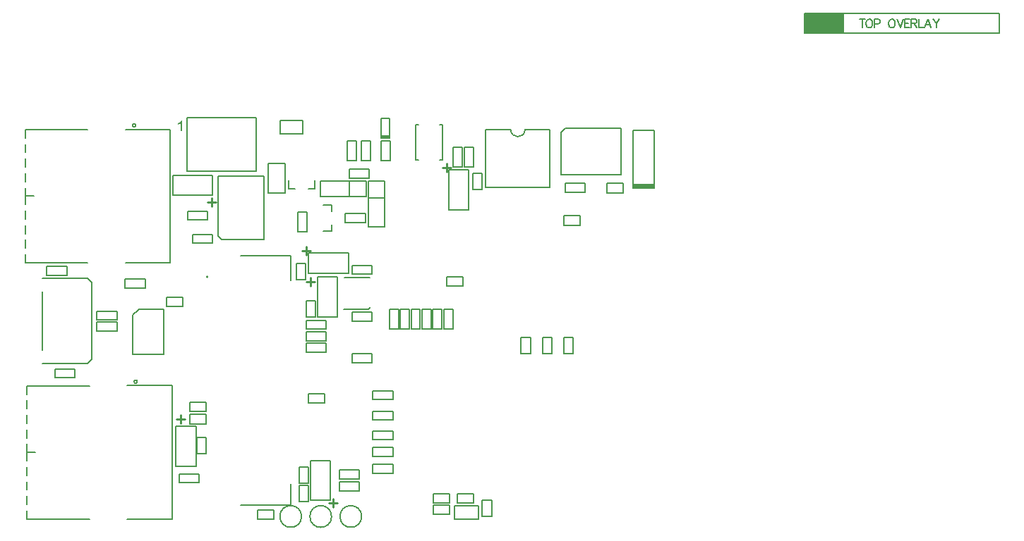
<source format=gto>
G04*
G04 #@! TF.GenerationSoftware,Altium Limited,Altium Designer,20.0.2 (26)*
G04*
G04 Layer_Color=65535*
%FSLAX44Y44*%
%MOMM*%
G71*
G01*
G75*
%ADD10C,0.2000*%
%ADD11C,0.1600*%
%ADD12C,0.2540*%
%ADD13C,0.1270*%
%ADD14R,4.8260X2.4130*%
G36*
X1193722Y1480100D02*
X1192148D01*
Y1490117D01*
X1192129Y1490099D01*
X1192037Y1490025D01*
X1191926Y1489914D01*
X1191740Y1489784D01*
X1191537Y1489617D01*
X1191278Y1489432D01*
X1190981Y1489229D01*
X1190648Y1489025D01*
X1190630D01*
X1190611Y1489007D01*
X1190500Y1488932D01*
X1190315Y1488840D01*
X1190092Y1488729D01*
X1189833Y1488599D01*
X1189556Y1488470D01*
X1189278Y1488340D01*
X1189000Y1488229D01*
Y1489747D01*
X1189018D01*
X1189056Y1489784D01*
X1189130Y1489803D01*
X1189222Y1489858D01*
X1189333Y1489914D01*
X1189463Y1489988D01*
X1189778Y1490173D01*
X1190148Y1490377D01*
X1190518Y1490636D01*
X1190907Y1490932D01*
X1191296Y1491247D01*
X1191315Y1491266D01*
X1191333Y1491284D01*
X1191389Y1491340D01*
X1191463Y1491395D01*
X1191629Y1491580D01*
X1191852Y1491803D01*
X1192074Y1492062D01*
X1192315Y1492358D01*
X1192518Y1492654D01*
X1192703Y1492969D01*
X1193722D01*
Y1480100D01*
D02*
G37*
G54D10*
X1587985Y1482000D02*
G03*
X1605015Y1482000I8515J0D01*
G01*
X1223500Y1306000D02*
G03*
X1223500Y1304000I0J-1000D01*
G01*
D02*
G03*
X1223500Y1306000I0J1000D01*
G01*
X1409091Y1017000D02*
G03*
X1409091Y1017000I-13000J0D01*
G01*
X1373000D02*
G03*
X1373000Y1017000I-13000J0D01*
G01*
X1337000D02*
G03*
X1337000Y1017000I-13000J0D01*
G01*
X1138000Y1487000D02*
G03*
X1138000Y1487000I-2000J0D01*
G01*
X1140000Y1179000D02*
G03*
X1140000Y1179000I-2000J0D01*
G01*
X1513750Y1433500D02*
X1537750D01*
X1513750Y1385500D02*
X1537750D01*
X1513750Y1385500D02*
Y1433500D01*
X1537750Y1385500D02*
Y1433500D01*
X1557500Y1482000D02*
X1587985D01*
X1605015D02*
X1635000D01*
Y1412500D02*
Y1482000D01*
X1557500Y1412500D02*
Y1482000D01*
Y1412500D02*
X1635000D01*
X1648000Y1427500D02*
X1720000D01*
Y1483500D01*
X1648000Y1427500D02*
Y1478500D01*
X1653000Y1483500D01*
X1720000D01*
X1735500Y1413250D02*
X1760000D01*
Y1411750D02*
Y1415750D01*
X1735000D02*
X1760000D01*
X1735000Y1411750D02*
Y1415750D01*
Y1411750D02*
X1760000D01*
X1735000Y1414250D02*
X1760000D01*
X1735000Y1415250D02*
X1760000D01*
X1735000Y1416250D02*
X1760000D01*
X1735000D02*
Y1481250D01*
X1760000D01*
Y1416250D02*
Y1481250D01*
X1417500Y1400250D02*
X1436500D01*
X1417500Y1420250D02*
X1436500D01*
X1417500Y1365250D02*
Y1420250D01*
Y1365250D02*
X1436500D01*
Y1420250D01*
X1394250Y1401250D02*
Y1420250D01*
X1414250Y1401250D02*
Y1420250D01*
X1359250D02*
X1414250D01*
X1359250Y1401250D02*
Y1420250D01*
Y1401250D02*
X1414250D01*
X1372750Y1360000D02*
Y1367750D01*
X1362750Y1360000D02*
X1372750D01*
X1372750Y1383750D02*
Y1391500D01*
X1362750D02*
X1372750D01*
X1311000Y1477250D02*
Y1492750D01*
X1338500Y1477250D02*
Y1492750D01*
X1311000Y1477250D02*
X1338500D01*
X1311000Y1492750D02*
X1338500D01*
X1297000Y1405500D02*
Y1441500D01*
X1317000D01*
Y1405500D02*
Y1441500D01*
X1297000Y1405500D02*
X1317000D01*
X1264000Y1330000D02*
X1324000D01*
Y1300750D02*
Y1330000D01*
X1264000Y1031000D02*
X1324000D01*
Y1056250D01*
X1200000Y1432000D02*
X1282500D01*
X1200000D02*
Y1496500D01*
X1282500D01*
Y1432000D02*
Y1496500D01*
X1473750Y1445750D02*
Y1488250D01*
Y1445750D02*
X1477500D01*
X1473750Y1488250D02*
X1477500D01*
X1502500Y1445750D02*
X1506250D01*
X1502500Y1488250D02*
X1506250D01*
Y1445750D02*
Y1488250D01*
X1520750Y1030000D02*
X1549250Y1030000D01*
Y1014000D02*
Y1030000D01*
X1520750Y1014000D02*
Y1030000D01*
Y1014000D02*
X1549250Y1014000D01*
X1347750Y1036250D02*
X1371750D01*
X1347750Y1084250D02*
X1371750D01*
Y1036250D02*
Y1084250D01*
X1347750Y1036250D02*
Y1084250D01*
X1355900Y1304700D02*
X1379900D01*
X1355900Y1256700D02*
X1379900D01*
X1355900Y1256700D02*
Y1304700D01*
X1379900Y1256700D02*
Y1304700D01*
X1417470Y1266200D02*
X1420010Y1268740D01*
X1417470Y1266200D02*
Y1266200D01*
X1387470Y1266200D02*
X1417470Y1266200D01*
X1388260Y1304300D02*
X1418740D01*
X1353250Y1410750D02*
Y1420750D01*
X1345500Y1410750D02*
X1353250D01*
X1321750Y1410750D02*
Y1420750D01*
Y1410750D02*
X1329500D01*
X1236750Y1354250D02*
X1240750Y1350250D01*
X1292250D01*
Y1425750D01*
X1236750D02*
X1292250D01*
X1236750Y1354250D02*
Y1425750D01*
X1230500Y1403000D02*
Y1427000D01*
X1182500Y1403000D02*
Y1427000D01*
X1182500D02*
X1230500D01*
X1182500Y1403000D02*
X1230500D01*
X1186250Y1125250D02*
X1210250D01*
X1186250Y1077250D02*
X1210250D01*
X1186250Y1077250D02*
Y1125250D01*
X1210250Y1077250D02*
Y1125250D01*
X1134500Y1212250D02*
Y1259050D01*
X1141700Y1266250D01*
X1171500D01*
X1134500Y1259050D02*
X1140000Y1264550D01*
X1171500Y1212250D02*
Y1266250D01*
X1134500Y1212250D02*
X1171500D01*
X1080500Y1303250D02*
X1085500Y1298250D01*
X1080500Y1200750D02*
X1085500Y1205750D01*
X1026250Y1216750D02*
Y1287250D01*
X1026201Y1200750D02*
X1080500D01*
X1085500Y1205750D02*
Y1298250D01*
X1026201Y1303250D02*
X1080500Y1303250D01*
X1179550Y1321800D02*
Y1482200D01*
X1125550Y1321800D02*
X1179550D01*
X1125550Y1482200D02*
X1179550D01*
X1005500Y1322000D02*
X1080500D01*
X1005500D02*
Y1332000D01*
Y1339500D02*
Y1349500D01*
Y1357000D02*
Y1367000D01*
Y1374500D02*
Y1384500D01*
Y1437000D02*
Y1447000D01*
Y1419500D02*
Y1429500D01*
Y1392000D02*
Y1412000D01*
Y1472000D02*
Y1482000D01*
Y1454500D02*
Y1464500D01*
Y1482000D02*
X1080500D01*
X1005500Y1402000D02*
X1015500D01*
X1181550Y1013800D02*
Y1174200D01*
X1127550Y1013800D02*
X1181550D01*
X1127550Y1174200D02*
X1181550D01*
X1007500Y1014000D02*
X1082500D01*
X1007500D02*
Y1024000D01*
Y1031500D02*
Y1041500D01*
Y1049000D02*
Y1059000D01*
Y1066500D02*
Y1076500D01*
Y1129000D02*
Y1139000D01*
Y1111500D02*
Y1121500D01*
Y1084000D02*
Y1104000D01*
Y1164000D02*
Y1174000D01*
Y1146500D02*
Y1156500D01*
Y1174000D02*
X1082500D01*
X1007500Y1094000D02*
X1017500D01*
X1345250Y1309500D02*
Y1333500D01*
X1393250Y1309500D02*
Y1333500D01*
X1345250Y1309500D02*
X1393250D01*
X1345250Y1333500D02*
X1393250D01*
X1940325Y1597586D02*
X2174005D01*
X1940325D02*
Y1621716D01*
X2174005Y1597586D02*
Y1621716D01*
X1940325D02*
X2174005D01*
G54D11*
X1389500Y1370100D02*
X1413500D01*
X1389500D02*
Y1380900D01*
X1413500D01*
Y1370100D02*
Y1380900D01*
X1394000Y1434650D02*
X1418000D01*
Y1423850D02*
Y1434650D01*
X1394000Y1423850D02*
X1418000D01*
X1394000D02*
Y1434650D01*
X1553600Y1410200D02*
Y1429800D01*
X1542400Y1410200D02*
X1553600D01*
X1542400D02*
Y1429800D01*
X1553600D01*
X1422500Y1132750D02*
X1446500D01*
X1422500D02*
Y1143550D01*
X1446500D01*
Y1132750D02*
Y1143550D01*
X1422500Y1157350D02*
X1446500D01*
X1422500D02*
Y1168150D01*
X1446500D01*
Y1157350D02*
Y1168150D01*
X1703050Y1406150D02*
X1722650D01*
X1703050D02*
Y1417350D01*
X1722650D01*
Y1406150D02*
Y1417350D01*
X1653500Y1417400D02*
X1677500D01*
Y1406600D02*
Y1417400D01*
X1653500Y1406600D02*
X1677500D01*
X1653500D02*
Y1417400D01*
X1543400Y1437000D02*
Y1461000D01*
X1532600Y1437000D02*
X1543400D01*
X1532600D02*
Y1461000D01*
X1543400D01*
X1518600Y1437000D02*
Y1461000D01*
X1529400D01*
Y1437000D02*
Y1461000D01*
X1518600Y1437000D02*
X1529400D01*
X1453400Y1242250D02*
Y1266250D01*
X1442600Y1242250D02*
X1453400D01*
X1442600D02*
Y1266250D01*
X1453400D01*
X1505400Y1242250D02*
Y1266250D01*
X1494600Y1242250D02*
X1505400D01*
X1494600D02*
Y1266250D01*
X1505400D01*
X1518400Y1242250D02*
Y1266250D01*
X1507600Y1242250D02*
X1518400D01*
X1507600D02*
Y1266250D01*
X1518400D01*
X1479400Y1242250D02*
Y1266250D01*
X1468600Y1242250D02*
X1479400D01*
X1468600D02*
Y1266250D01*
X1479400D01*
X1492400Y1242250D02*
Y1266250D01*
X1481600Y1242250D02*
X1492400D01*
X1481600D02*
Y1266250D01*
X1492400D01*
X1466400Y1242250D02*
Y1266250D01*
X1455600Y1242250D02*
X1466400D01*
X1455600D02*
Y1266250D01*
X1466400D01*
X1432850Y1473350D02*
X1442650D01*
X1432850Y1474250D02*
X1442650D01*
X1432850Y1472150D02*
X1442650D01*
X1432850D02*
Y1495250D01*
X1442650D01*
Y1472150D02*
Y1495150D01*
X1190100Y1068200D02*
X1214100D01*
Y1057400D02*
Y1068200D01*
X1190100Y1057400D02*
X1214100D01*
X1190100D02*
Y1068200D01*
X1031500Y1317900D02*
X1055500D01*
Y1307100D02*
Y1317900D01*
X1031500Y1307100D02*
X1055500D01*
X1031500D02*
Y1317900D01*
X1421750Y1251600D02*
Y1262400D01*
X1397750D02*
X1421750D01*
X1397750Y1251600D02*
Y1262400D01*
Y1251600D02*
X1421750D01*
X1422500Y1109100D02*
Y1119900D01*
Y1109100D02*
X1446500D01*
Y1119900D01*
X1422500D02*
X1446500D01*
X1422500Y1089100D02*
Y1099900D01*
Y1089100D02*
X1446500D01*
Y1099900D01*
X1422500D02*
X1446500D01*
X1422500Y1069100D02*
Y1079900D01*
Y1069100D02*
X1446500D01*
Y1079900D01*
X1422500D02*
X1446500D01*
X1553900Y1036550D02*
X1565100D01*
X1553900Y1016950D02*
Y1036550D01*
Y1016950D02*
X1565100D01*
Y1036550D01*
X1543300Y1032900D02*
Y1044100D01*
X1523700D02*
X1543300D01*
X1523700Y1032900D02*
Y1044100D01*
Y1032900D02*
X1543300D01*
X1494700Y1019400D02*
Y1030600D01*
Y1019400D02*
X1514300D01*
Y1030600D01*
X1494700D02*
X1514300D01*
X1494700Y1032900D02*
Y1044100D01*
Y1032900D02*
X1514300D01*
Y1044100D01*
X1494700D02*
X1514300D01*
X1406250Y1047600D02*
Y1058400D01*
X1382250D02*
X1406250D01*
X1382250Y1047600D02*
Y1058400D01*
Y1047600D02*
X1406250D01*
Y1061850D02*
Y1072650D01*
X1382250D02*
X1406250D01*
X1382250Y1061850D02*
Y1072650D01*
Y1061850D02*
X1406250D01*
X1333900Y1034700D02*
X1345100D01*
Y1054300D01*
X1333900D02*
X1345100D01*
X1333900Y1034700D02*
Y1054300D01*
X1333900Y1076300D02*
X1345100D01*
X1333900Y1056700D02*
Y1076300D01*
Y1056700D02*
X1345100D01*
Y1076300D01*
X1342500Y1276000D02*
X1353700D01*
X1342500Y1256400D02*
Y1276000D01*
Y1256400D02*
X1353700D01*
Y1276000D01*
X1342500Y1242100D02*
Y1252900D01*
Y1242100D02*
X1366500D01*
Y1252900D01*
X1342500D02*
X1366500D01*
X1342500Y1228350D02*
Y1239150D01*
Y1228350D02*
X1366500D01*
Y1239150D01*
X1342500D02*
X1366500D01*
X1342500Y1214600D02*
Y1225400D01*
Y1214600D02*
X1366500D01*
Y1225400D01*
X1342500D02*
X1366500D01*
X1421750Y1201600D02*
Y1212400D01*
X1397750D02*
X1421750D01*
X1397750Y1201600D02*
Y1212400D01*
Y1201600D02*
X1421750D01*
X1364600Y1153100D02*
Y1164300D01*
X1345000D02*
X1364600D01*
X1345000Y1153100D02*
Y1164300D01*
Y1153100D02*
X1364600D01*
X1330650Y1321300D02*
X1341850D01*
X1330650Y1301700D02*
Y1321300D01*
Y1301700D02*
X1341850D01*
Y1321300D01*
X1432350Y1468500D02*
X1443150D01*
X1432350Y1444500D02*
Y1468500D01*
Y1444500D02*
X1443150D01*
Y1468500D01*
X1332350Y1383250D02*
X1343150D01*
X1332350Y1359250D02*
Y1383250D01*
Y1359250D02*
X1343150D01*
Y1383250D01*
X1283900Y1013400D02*
Y1024600D01*
Y1013400D02*
X1303500D01*
Y1024600D01*
X1283900D02*
X1303500D01*
X1200250Y1373350D02*
Y1384150D01*
Y1373350D02*
X1224250D01*
Y1384150D01*
X1200250D02*
X1224250D01*
X1206000Y1345350D02*
Y1356150D01*
Y1345350D02*
X1230000D01*
Y1356150D01*
X1206000D02*
X1230000D01*
X1202700Y1142900D02*
Y1154100D01*
Y1142900D02*
X1222300D01*
Y1154100D01*
X1202700D02*
X1222300D01*
X1202700Y1128400D02*
Y1139600D01*
Y1128400D02*
X1222300D01*
Y1139600D01*
X1202700D02*
X1222300D01*
X1211650Y1112300D02*
X1222850D01*
X1211650Y1092700D02*
Y1112300D01*
Y1092700D02*
X1222850D01*
Y1112300D01*
X1125500Y1291600D02*
Y1302400D01*
Y1291600D02*
X1149500D01*
Y1302400D01*
X1125500D02*
X1149500D01*
X1175200Y1269650D02*
Y1280850D01*
Y1269650D02*
X1194800D01*
Y1280850D01*
X1175200D02*
X1194800D01*
X1115500Y1253100D02*
Y1263900D01*
X1091500D02*
X1115500D01*
X1091500Y1253100D02*
Y1263900D01*
Y1253100D02*
X1115500D01*
Y1239850D02*
Y1250650D01*
X1091500D02*
X1115500D01*
X1091500Y1239850D02*
Y1250650D01*
Y1239850D02*
X1115500D01*
X1065000Y1183600D02*
Y1194400D01*
X1041000D02*
X1065000D01*
X1041000Y1183600D02*
Y1194400D01*
Y1183600D02*
X1065000D01*
X1651650Y1212950D02*
X1662850D01*
Y1232550D01*
X1651650D02*
X1662850D01*
X1651650Y1212950D02*
Y1232550D01*
X1600400Y1212950D02*
X1611600D01*
Y1232550D01*
X1600400D02*
X1611600D01*
X1600400Y1212950D02*
Y1232550D01*
X1626150Y1212950D02*
X1637350D01*
Y1232550D01*
X1626150D02*
X1637350D01*
X1626150Y1212950D02*
Y1232550D01*
X1671300Y1367150D02*
Y1378350D01*
X1651700D02*
X1671300D01*
X1651700Y1367150D02*
Y1378350D01*
Y1367150D02*
X1671300D01*
X1408600Y1444500D02*
X1419400D01*
Y1468500D01*
X1408600D02*
X1419400D01*
X1408600Y1444500D02*
Y1468500D01*
X1391600Y1444500D02*
X1402400D01*
Y1468500D01*
X1391600D02*
X1402400D01*
X1391600Y1444500D02*
Y1468500D01*
X1511450Y1293650D02*
X1531050D01*
X1511450D02*
Y1304850D01*
X1531050D01*
Y1293650D02*
Y1304850D01*
X1397500Y1318900D02*
X1421500D01*
Y1308100D02*
Y1318900D01*
X1397500Y1308100D02*
X1421500D01*
X1397500D02*
Y1318900D01*
G54D12*
X1511118Y1441250D02*
Y1431093D01*
X1516196Y1436172D02*
X1506039D01*
X1375132Y1027750D02*
Y1037907D01*
X1370054Y1032828D02*
X1380211D01*
X1348118Y1304500D02*
Y1294343D01*
X1353196Y1299422D02*
X1343039D01*
X1234500Y1394382D02*
X1224343D01*
X1229422Y1389304D02*
Y1399461D01*
X1191618Y1139000D02*
Y1128843D01*
X1196696Y1133922D02*
X1186539D01*
X1337250Y1336367D02*
X1347407D01*
X1342328Y1341446D02*
Y1331289D01*
G54D13*
X2009751Y1614602D02*
Y1604444D01*
X2006365Y1614602D02*
X2013137D01*
X2017249D02*
X2016281Y1614118D01*
X2015314Y1613151D01*
X2014830Y1612183D01*
X2014346Y1610732D01*
Y1608314D01*
X2014830Y1606863D01*
X2015314Y1605895D01*
X2016281Y1604928D01*
X2017249Y1604444D01*
X2019184D01*
X2020151Y1604928D01*
X2021118Y1605895D01*
X2021602Y1606863D01*
X2022086Y1608314D01*
Y1610732D01*
X2021602Y1612183D01*
X2021118Y1613151D01*
X2020151Y1614118D01*
X2019184Y1614602D01*
X2017249D01*
X2024456Y1609281D02*
X2028809D01*
X2030260Y1609765D01*
X2030744Y1610249D01*
X2031228Y1611216D01*
Y1612667D01*
X2030744Y1613634D01*
X2030260Y1614118D01*
X2028809Y1614602D01*
X2024456D01*
Y1604444D01*
X2044385Y1614602D02*
X2043417Y1614118D01*
X2042450Y1613151D01*
X2041966Y1612183D01*
X2041482Y1610732D01*
Y1608314D01*
X2041966Y1606863D01*
X2042450Y1605895D01*
X2043417Y1604928D01*
X2044385Y1604444D01*
X2046319D01*
X2047287Y1604928D01*
X2048254Y1605895D01*
X2048738Y1606863D01*
X2049222Y1608314D01*
Y1610732D01*
X2048738Y1612183D01*
X2048254Y1613151D01*
X2047287Y1614118D01*
X2046319Y1614602D01*
X2044385D01*
X2051592D02*
X2055461Y1604444D01*
X2059331Y1614602D02*
X2055461Y1604444D01*
X2066925Y1614602D02*
X2060637D01*
Y1604444D01*
X2066925D01*
X2060637Y1609765D02*
X2064507D01*
X2068618Y1614602D02*
Y1604444D01*
Y1614602D02*
X2072972D01*
X2074423Y1614118D01*
X2074906Y1613634D01*
X2075390Y1612667D01*
Y1611700D01*
X2074906Y1610732D01*
X2074423Y1610249D01*
X2072972Y1609765D01*
X2068618D01*
X2072004D02*
X2075390Y1604444D01*
X2077664Y1614602D02*
Y1604444D01*
X2083468D01*
X2092320D02*
X2088450Y1614602D01*
X2084581Y1604444D01*
X2086032Y1607830D02*
X2090869D01*
X2094690Y1614602D02*
X2098560Y1609765D01*
Y1604444D01*
X2102429Y1614602D02*
X2098560Y1609765D01*
G54D14*
X1964455Y1609651D02*
D03*
M02*

</source>
